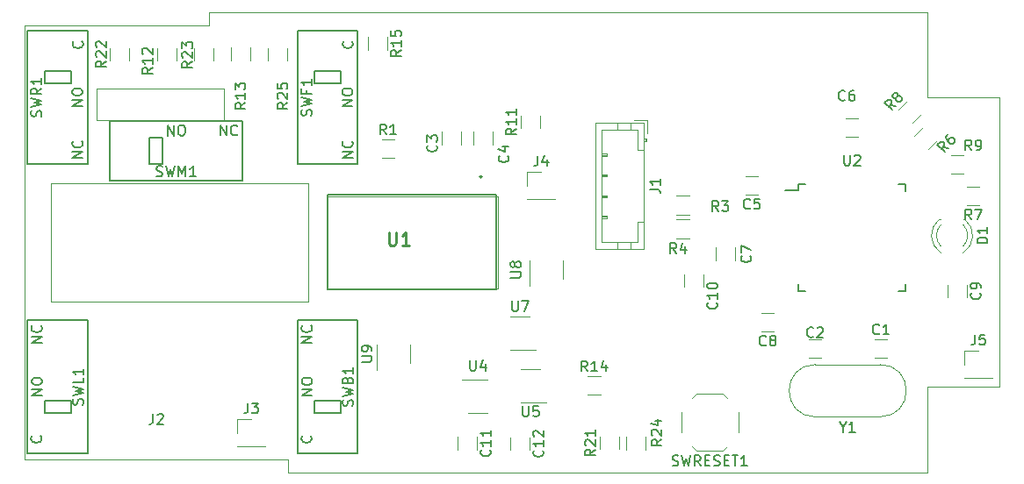
<source format=gbr>
G04 #@! TF.GenerationSoftware,KiCad,Pcbnew,6.0.0-unknown-f08d040~86~ubuntu18.04.1*
G04 #@! TF.CreationDate,2019-05-16T22:23:00+01:00*
G04 #@! TF.ProjectId,mouse8,6d6f7573-6538-42e6-9b69-6361645f7063,rev?*
G04 #@! TF.SameCoordinates,Original*
G04 #@! TF.FileFunction,Legend,Top*
G04 #@! TF.FilePolarity,Positive*
%FSLAX46Y46*%
G04 Gerber Fmt 4.6, Leading zero omitted, Abs format (unit mm)*
G04 Created by KiCad (PCBNEW 6.0.0-unknown-f08d040~86~ubuntu18.04.1) date 2019-05-16 22:23:00*
%MOMM*%
%LPD*%
G04 APERTURE LIST*
%ADD10C,0.050000*%
%ADD11C,0.120000*%
%ADD12C,0.150000*%
%ADD13C,0.254000*%
%ADD14C,0.200000*%
G04 APERTURE END LIST*
D10*
X159308800Y-70916800D02*
X159308800Y-73914000D01*
X171653200Y-70916800D02*
X159308800Y-70916800D01*
X171653200Y-73914000D02*
X171653200Y-70916800D01*
X159308800Y-73914000D02*
X171653200Y-73914000D01*
X154940000Y-80010000D02*
X179705000Y-80010000D01*
X181483000Y-90170000D02*
X181483000Y-81280000D01*
X197993000Y-90170000D02*
X181483000Y-90170000D01*
X197993000Y-81280000D02*
X197993000Y-90170000D01*
X181483000Y-81280000D02*
X197993000Y-81280000D01*
X177800000Y-106680000D02*
X177800000Y-107950000D01*
X152400000Y-106680000D02*
X177800000Y-106680000D01*
X170180000Y-64770000D02*
X152400000Y-64770000D01*
X170180000Y-63500000D02*
X170180000Y-64770000D01*
X154940000Y-91440000D02*
X154940000Y-90805000D01*
X179705000Y-91440000D02*
X179705000Y-90805000D01*
X179705000Y-80010000D02*
X179705000Y-90805000D01*
X239395000Y-71755000D02*
X246380000Y-71755000D01*
X239395000Y-63500000D02*
X239395000Y-71755000D01*
X239395000Y-99695000D02*
X239395000Y-107950000D01*
X246380000Y-99695000D02*
X239395000Y-99695000D01*
X154940000Y-90805000D02*
X154940000Y-80010000D01*
X179705000Y-91440000D02*
X154940000Y-91440000D01*
X152400000Y-106680000D02*
X152400000Y-64770000D01*
X239395000Y-107950000D02*
X177800000Y-107950000D01*
X246380000Y-71755000D02*
X246380000Y-99695000D01*
X170180000Y-63500000D02*
X239395000Y-63500000D01*
D11*
X243018000Y-96206000D02*
X244348000Y-96206000D01*
X243018000Y-97536000D02*
X243018000Y-96206000D01*
X243018000Y-98806000D02*
X245678000Y-98806000D01*
X245678000Y-98806000D02*
X245678000Y-98866000D01*
X243018000Y-98806000D02*
X243018000Y-98866000D01*
X243018000Y-98866000D02*
X245678000Y-98866000D01*
X216455564Y-83553000D02*
X215251436Y-83553000D01*
X216455564Y-85373000D02*
X215251436Y-85373000D01*
D12*
X226981000Y-80713000D02*
X225706000Y-80713000D01*
X237331000Y-80138000D02*
X236656000Y-80138000D01*
X237331000Y-90488000D02*
X236656000Y-90488000D01*
X226981000Y-90488000D02*
X227656000Y-90488000D01*
X226981000Y-80138000D02*
X227656000Y-80138000D01*
X226981000Y-90488000D02*
X226981000Y-89813000D01*
X237331000Y-90488000D02*
X237331000Y-89813000D01*
X237331000Y-80138000D02*
X237331000Y-80813000D01*
X226981000Y-80138000D02*
X226981000Y-80713000D01*
D11*
X200854000Y-78934000D02*
X202184000Y-78934000D01*
X200854000Y-80264000D02*
X200854000Y-78934000D01*
X200854000Y-81534000D02*
X203514000Y-81534000D01*
X203514000Y-81534000D02*
X203514000Y-81594000D01*
X200854000Y-81534000D02*
X200854000Y-81594000D01*
X200854000Y-81594000D02*
X203514000Y-81594000D01*
X172914000Y-102810000D02*
X174244000Y-102810000D01*
X172914000Y-104140000D02*
X172914000Y-102810000D01*
X172914000Y-105410000D02*
X175574000Y-105410000D01*
X175574000Y-105410000D02*
X175574000Y-105470000D01*
X172914000Y-105410000D02*
X172914000Y-105470000D01*
X172914000Y-105470000D02*
X175574000Y-105470000D01*
X209698000Y-105721564D02*
X209698000Y-104517436D01*
X207878000Y-105721564D02*
X207878000Y-104517436D01*
X202078000Y-74733564D02*
X202078000Y-73529436D01*
X200258000Y-74733564D02*
X200258000Y-73529436D01*
X165206000Y-66998436D02*
X165206000Y-68202564D01*
X167026000Y-66998436D02*
X167026000Y-68202564D01*
X172318000Y-66961936D02*
X172318000Y-68166064D01*
X174138000Y-66961936D02*
X174138000Y-68166064D01*
X206698436Y-100478000D02*
X207902564Y-100478000D01*
X206698436Y-98658000D02*
X207902564Y-98658000D01*
X185526000Y-65945936D02*
X185526000Y-67150064D01*
X187346000Y-65945936D02*
X187346000Y-67150064D01*
X162454000Y-68202564D02*
X162454000Y-66998436D01*
X160634000Y-68202564D02*
X160634000Y-66998436D01*
X170582000Y-68202564D02*
X170582000Y-66998436D01*
X168762000Y-68202564D02*
X168762000Y-66998436D01*
X212238000Y-105758064D02*
X212238000Y-104553936D01*
X210418000Y-105758064D02*
X210418000Y-104553936D01*
X177694000Y-68202564D02*
X177694000Y-66998436D01*
X175874000Y-68202564D02*
X175874000Y-66998436D01*
X219690000Y-105874000D02*
X217190000Y-105874000D01*
X221190000Y-104124000D02*
X221190000Y-102124000D01*
X219690000Y-100374000D02*
X217190000Y-100374000D01*
X215690000Y-104124000D02*
X215690000Y-102124000D01*
X220140000Y-105424000D02*
X219690000Y-105874000D01*
X216740000Y-105424000D02*
X217190000Y-105874000D01*
X216740000Y-100824000D02*
X217190000Y-100374000D01*
X220140000Y-100824000D02*
X219690000Y-100374000D01*
X220874000Y-87470064D02*
X220874000Y-86265936D01*
X219054000Y-87470064D02*
X219054000Y-86265936D01*
X223106064Y-79354000D02*
X221901936Y-79354000D01*
X223106064Y-81174000D02*
X221901936Y-81174000D01*
X224630064Y-92562000D02*
X223425936Y-92562000D01*
X224630064Y-94382000D02*
X223425936Y-94382000D01*
X194458000Y-76294064D02*
X194458000Y-75089936D01*
X192638000Y-76294064D02*
X192638000Y-75089936D01*
X197506000Y-76294064D02*
X197506000Y-75089936D01*
X195686000Y-76294064D02*
X195686000Y-75089936D01*
X241406000Y-89858436D02*
X241406000Y-91062564D01*
X243226000Y-89858436D02*
X243226000Y-91062564D01*
X234347936Y-96922000D02*
X235552064Y-96922000D01*
X234347936Y-95102000D02*
X235552064Y-95102000D01*
X199242000Y-104590436D02*
X199242000Y-105794564D01*
X201062000Y-104590436D02*
X201062000Y-105794564D01*
X231553936Y-75586000D02*
X232758064Y-75586000D01*
X231553936Y-73766000D02*
X232758064Y-73766000D01*
X229202064Y-95102000D02*
X227997936Y-95102000D01*
X229202064Y-96922000D02*
X227997936Y-96922000D01*
X216006000Y-88842436D02*
X216006000Y-90046564D01*
X217826000Y-88842436D02*
X217826000Y-90046564D01*
X194162000Y-104553936D02*
X194162000Y-105758064D01*
X195982000Y-104553936D02*
X195982000Y-105758064D01*
X228623000Y-97551000D02*
G75*
G03X228623000Y-102601000I0J-2525000D01*
G01*
X234873000Y-97551000D02*
G75*
G02X234873000Y-102601000I0J-2525000D01*
G01*
X234873000Y-97551000D02*
X228623000Y-97551000D01*
X234873000Y-102601000D02*
X228623000Y-102601000D01*
X240728000Y-83530000D02*
X240572000Y-83530000D01*
X243044000Y-83530000D02*
X242888000Y-83530000D01*
X240728163Y-86131130D02*
G75*
G02X240728000Y-84049039I1079837J1041130D01*
G01*
X242887837Y-86131130D02*
G75*
G03X242888000Y-84049039I-1079837J1041130D01*
G01*
X240729392Y-86762335D02*
G75*
G02X240572484Y-83530000I1078608J1672335D01*
G01*
X242886608Y-86762335D02*
G75*
G03X243043516Y-83530000I-1078608J1672335D01*
G01*
X196988000Y-98974000D02*
X194538000Y-98974000D01*
X195188000Y-102194000D02*
X196988000Y-102194000D01*
X200268000Y-101178000D02*
X202718000Y-101178000D01*
X202068000Y-97958000D02*
X200268000Y-97958000D01*
X199252000Y-96098000D02*
X201702000Y-96098000D01*
X201052000Y-92878000D02*
X199252000Y-92878000D01*
X201082000Y-87492000D02*
X201082000Y-89942000D01*
X204302000Y-89292000D02*
X204302000Y-87492000D01*
X186350000Y-95620000D02*
X186350000Y-98070000D01*
X189570000Y-97420000D02*
X189570000Y-95620000D01*
X216452064Y-81251000D02*
X215247936Y-81251000D01*
X216452064Y-83071000D02*
X215247936Y-83071000D01*
X241713936Y-79142000D02*
X242918064Y-79142000D01*
X241713936Y-77322000D02*
X242918064Y-77322000D01*
X239485744Y-76761191D02*
X240337191Y-75909744D01*
X238198809Y-75474256D02*
X239050256Y-74622809D01*
X237526256Y-72082809D02*
X236674809Y-72934256D01*
X238813191Y-73369744D02*
X237961744Y-74221191D01*
X186813436Y-77618000D02*
X188017564Y-77618000D01*
X186813436Y-75798000D02*
X188017564Y-75798000D01*
X244442064Y-80370000D02*
X243237936Y-80370000D01*
X244442064Y-82190000D02*
X243237936Y-82190000D01*
D12*
X184510000Y-78155000D02*
X184510000Y-65355000D01*
X178710000Y-78155000D02*
X184510000Y-78155000D01*
X178710000Y-65355000D02*
X178710000Y-78155000D01*
X184510000Y-65355000D02*
X178710000Y-65355000D01*
X180340000Y-69205000D02*
X182880000Y-69205000D01*
X180340000Y-70405000D02*
X180340000Y-69205000D01*
X182880000Y-70405000D02*
X180340000Y-70405000D01*
X182880000Y-69205000D02*
X182880000Y-70405000D01*
D13*
X196439270Y-79412000D02*
G75*
G03X196439270Y-79412000I-67270J0D01*
G01*
D14*
X197838000Y-81175000D02*
X181638000Y-81175000D01*
X197838000Y-90275000D02*
X197838000Y-81175000D01*
X181638000Y-90275000D02*
X197838000Y-90275000D01*
X181638000Y-81175000D02*
X181638000Y-90275000D01*
D12*
X178710000Y-93295000D02*
X178710000Y-106095000D01*
X184510000Y-93295000D02*
X178710000Y-93295000D01*
X184510000Y-106095000D02*
X184510000Y-93295000D01*
X178710000Y-106095000D02*
X184510000Y-106095000D01*
X182880000Y-102245000D02*
X180340000Y-102245000D01*
X182880000Y-101045000D02*
X182880000Y-102245000D01*
X180340000Y-101045000D02*
X182880000Y-101045000D01*
X180340000Y-102245000D02*
X180340000Y-101045000D01*
D11*
X212422000Y-73941000D02*
X211172000Y-73941000D01*
X212422000Y-75191000D02*
X212422000Y-73941000D01*
X208012000Y-83301000D02*
X208512000Y-83301000D01*
X208512000Y-83401000D02*
X208012000Y-83401000D01*
X208512000Y-83201000D02*
X208512000Y-83401000D01*
X208012000Y-83201000D02*
X208512000Y-83201000D01*
X208012000Y-81301000D02*
X208512000Y-81301000D01*
X208512000Y-81401000D02*
X208012000Y-81401000D01*
X208512000Y-81201000D02*
X208512000Y-81401000D01*
X208012000Y-81201000D02*
X208512000Y-81201000D01*
X208012000Y-79301000D02*
X208512000Y-79301000D01*
X208512000Y-79401000D02*
X208012000Y-79401000D01*
X208512000Y-79201000D02*
X208512000Y-79401000D01*
X208012000Y-79201000D02*
X208512000Y-79201000D01*
X208012000Y-77301000D02*
X208512000Y-77301000D01*
X208512000Y-77401000D02*
X208012000Y-77401000D01*
X208512000Y-77201000D02*
X208512000Y-77401000D01*
X208012000Y-77201000D02*
X208512000Y-77201000D01*
X209512000Y-86361000D02*
X209512000Y-85751000D01*
X210812000Y-86361000D02*
X210812000Y-85751000D01*
X209512000Y-74241000D02*
X209512000Y-74851000D01*
X210812000Y-74241000D02*
X210812000Y-74851000D01*
X211512000Y-83801000D02*
X212122000Y-83801000D01*
X211512000Y-85751000D02*
X211512000Y-83801000D01*
X208012000Y-85751000D02*
X211512000Y-85751000D01*
X208012000Y-74851000D02*
X208012000Y-85751000D01*
X211512000Y-74851000D02*
X208012000Y-74851000D01*
X211512000Y-76801000D02*
X211512000Y-74851000D01*
X212122000Y-76801000D02*
X211512000Y-76801000D01*
X212222000Y-76001000D02*
X212222000Y-75701000D01*
X212322000Y-75701000D02*
X212122000Y-75701000D01*
X212322000Y-76001000D02*
X212322000Y-75701000D01*
X212122000Y-76001000D02*
X212322000Y-76001000D01*
X212122000Y-86361000D02*
X212122000Y-74241000D01*
X207402000Y-86361000D02*
X212122000Y-86361000D01*
X207402000Y-74241000D02*
X207402000Y-86361000D01*
X212122000Y-74241000D02*
X207402000Y-74241000D01*
D12*
X158475000Y-78155000D02*
X158475000Y-65355000D01*
X152675000Y-78155000D02*
X158475000Y-78155000D01*
X152675000Y-65355000D02*
X152675000Y-78155000D01*
X158475000Y-65355000D02*
X152675000Y-65355000D01*
X154305000Y-69205000D02*
X156845000Y-69205000D01*
X154305000Y-70405000D02*
X154305000Y-69205000D01*
X156845000Y-70405000D02*
X154305000Y-70405000D01*
X156845000Y-69205000D02*
X156845000Y-70405000D01*
X173405000Y-74035000D02*
X160605000Y-74035000D01*
X173405000Y-79835000D02*
X173405000Y-74035000D01*
X160605000Y-79835000D02*
X173405000Y-79835000D01*
X160605000Y-74035000D02*
X160605000Y-79835000D01*
X164455000Y-78205000D02*
X164455000Y-75665000D01*
X165655000Y-78205000D02*
X164455000Y-78205000D01*
X165655000Y-75665000D02*
X165655000Y-78205000D01*
X164455000Y-75665000D02*
X165655000Y-75665000D01*
X152675000Y-93295000D02*
X152675000Y-106095000D01*
X158475000Y-93295000D02*
X152675000Y-93295000D01*
X158475000Y-106095000D02*
X158475000Y-93295000D01*
X152675000Y-106095000D02*
X158475000Y-106095000D01*
X156845000Y-102245000D02*
X154305000Y-102245000D01*
X156845000Y-101045000D02*
X156845000Y-102245000D01*
X154305000Y-101045000D02*
X156845000Y-101045000D01*
X154305000Y-102245000D02*
X154305000Y-101045000D01*
X244014666Y-94658380D02*
X244014666Y-95372666D01*
X243967047Y-95515523D01*
X243871809Y-95610761D01*
X243728952Y-95658380D01*
X243633714Y-95658380D01*
X244967047Y-94658380D02*
X244490857Y-94658380D01*
X244443238Y-95134571D01*
X244490857Y-95086952D01*
X244586095Y-95039333D01*
X244824190Y-95039333D01*
X244919428Y-95086952D01*
X244967047Y-95134571D01*
X245014666Y-95229809D01*
X245014666Y-95467904D01*
X244967047Y-95563142D01*
X244919428Y-95610761D01*
X244824190Y-95658380D01*
X244586095Y-95658380D01*
X244490857Y-95610761D01*
X244443238Y-95563142D01*
X215225333Y-86812380D02*
X214892000Y-86336190D01*
X214653904Y-86812380D02*
X214653904Y-85812380D01*
X215034857Y-85812380D01*
X215130095Y-85860000D01*
X215177714Y-85907619D01*
X215225333Y-86002857D01*
X215225333Y-86145714D01*
X215177714Y-86240952D01*
X215130095Y-86288571D01*
X215034857Y-86336190D01*
X214653904Y-86336190D01*
X216082476Y-86145714D02*
X216082476Y-86812380D01*
X215844380Y-85764761D02*
X215606285Y-86479047D01*
X216225333Y-86479047D01*
X231394095Y-77315380D02*
X231394095Y-78124904D01*
X231441714Y-78220142D01*
X231489333Y-78267761D01*
X231584571Y-78315380D01*
X231775047Y-78315380D01*
X231870285Y-78267761D01*
X231917904Y-78220142D01*
X231965523Y-78124904D01*
X231965523Y-77315380D01*
X232394095Y-77410619D02*
X232441714Y-77363000D01*
X232536952Y-77315380D01*
X232775047Y-77315380D01*
X232870285Y-77363000D01*
X232917904Y-77410619D01*
X232965523Y-77505857D01*
X232965523Y-77601095D01*
X232917904Y-77743952D01*
X232346476Y-78315380D01*
X232965523Y-78315380D01*
X201850666Y-77386380D02*
X201850666Y-78100666D01*
X201803047Y-78243523D01*
X201707809Y-78338761D01*
X201564952Y-78386380D01*
X201469714Y-78386380D01*
X202755428Y-77719714D02*
X202755428Y-78386380D01*
X202517333Y-77338761D02*
X202279238Y-78053047D01*
X202898285Y-78053047D01*
X173910666Y-101262380D02*
X173910666Y-101976666D01*
X173863047Y-102119523D01*
X173767809Y-102214761D01*
X173624952Y-102262380D01*
X173529714Y-102262380D01*
X174291619Y-101262380D02*
X174910666Y-101262380D01*
X174577333Y-101643333D01*
X174720190Y-101643333D01*
X174815428Y-101690952D01*
X174863047Y-101738571D01*
X174910666Y-101833809D01*
X174910666Y-102071904D01*
X174863047Y-102167142D01*
X174815428Y-102214761D01*
X174720190Y-102262380D01*
X174434476Y-102262380D01*
X174339238Y-102214761D01*
X174291619Y-102167142D01*
X207420380Y-105762357D02*
X206944190Y-106095690D01*
X207420380Y-106333785D02*
X206420380Y-106333785D01*
X206420380Y-105952833D01*
X206468000Y-105857595D01*
X206515619Y-105809976D01*
X206610857Y-105762357D01*
X206753714Y-105762357D01*
X206848952Y-105809976D01*
X206896571Y-105857595D01*
X206944190Y-105952833D01*
X206944190Y-106333785D01*
X206515619Y-105381404D02*
X206468000Y-105333785D01*
X206420380Y-105238547D01*
X206420380Y-105000452D01*
X206468000Y-104905214D01*
X206515619Y-104857595D01*
X206610857Y-104809976D01*
X206706095Y-104809976D01*
X206848952Y-104857595D01*
X207420380Y-105429023D01*
X207420380Y-104809976D01*
X207420380Y-103857595D02*
X207420380Y-104429023D01*
X207420380Y-104143309D02*
X206420380Y-104143309D01*
X206563238Y-104238547D01*
X206658476Y-104333785D01*
X206706095Y-104429023D01*
X199800380Y-74774357D02*
X199324190Y-75107690D01*
X199800380Y-75345785D02*
X198800380Y-75345785D01*
X198800380Y-74964833D01*
X198848000Y-74869595D01*
X198895619Y-74821976D01*
X198990857Y-74774357D01*
X199133714Y-74774357D01*
X199228952Y-74821976D01*
X199276571Y-74869595D01*
X199324190Y-74964833D01*
X199324190Y-75345785D01*
X199800380Y-73821976D02*
X199800380Y-74393404D01*
X199800380Y-74107690D02*
X198800380Y-74107690D01*
X198943238Y-74202928D01*
X199038476Y-74298166D01*
X199086095Y-74393404D01*
X199800380Y-72869595D02*
X199800380Y-73441023D01*
X199800380Y-73155309D02*
X198800380Y-73155309D01*
X198943238Y-73250547D01*
X199038476Y-73345785D01*
X199086095Y-73441023D01*
X164714180Y-68892657D02*
X164237990Y-69225990D01*
X164714180Y-69464085D02*
X163714180Y-69464085D01*
X163714180Y-69083133D01*
X163761800Y-68987895D01*
X163809419Y-68940276D01*
X163904657Y-68892657D01*
X164047514Y-68892657D01*
X164142752Y-68940276D01*
X164190371Y-68987895D01*
X164237990Y-69083133D01*
X164237990Y-69464085D01*
X164714180Y-67940276D02*
X164714180Y-68511704D01*
X164714180Y-68225990D02*
X163714180Y-68225990D01*
X163857038Y-68321228D01*
X163952276Y-68416466D01*
X163999895Y-68511704D01*
X163809419Y-67559323D02*
X163761800Y-67511704D01*
X163714180Y-67416466D01*
X163714180Y-67178371D01*
X163761800Y-67083133D01*
X163809419Y-67035514D01*
X163904657Y-66987895D01*
X163999895Y-66987895D01*
X164142752Y-67035514D01*
X164714180Y-67606942D01*
X164714180Y-66987895D01*
X173680380Y-72270857D02*
X173204190Y-72604190D01*
X173680380Y-72842285D02*
X172680380Y-72842285D01*
X172680380Y-72461333D01*
X172728000Y-72366095D01*
X172775619Y-72318476D01*
X172870857Y-72270857D01*
X173013714Y-72270857D01*
X173108952Y-72318476D01*
X173156571Y-72366095D01*
X173204190Y-72461333D01*
X173204190Y-72842285D01*
X173680380Y-71318476D02*
X173680380Y-71889904D01*
X173680380Y-71604190D02*
X172680380Y-71604190D01*
X172823238Y-71699428D01*
X172918476Y-71794666D01*
X172966095Y-71889904D01*
X172680380Y-70985142D02*
X172680380Y-70366095D01*
X173061333Y-70699428D01*
X173061333Y-70556571D01*
X173108952Y-70461333D01*
X173156571Y-70413714D01*
X173251809Y-70366095D01*
X173489904Y-70366095D01*
X173585142Y-70413714D01*
X173632761Y-70461333D01*
X173680380Y-70556571D01*
X173680380Y-70842285D01*
X173632761Y-70937523D01*
X173585142Y-70985142D01*
X206657642Y-98200380D02*
X206324309Y-97724190D01*
X206086214Y-98200380D02*
X206086214Y-97200380D01*
X206467166Y-97200380D01*
X206562404Y-97248000D01*
X206610023Y-97295619D01*
X206657642Y-97390857D01*
X206657642Y-97533714D01*
X206610023Y-97628952D01*
X206562404Y-97676571D01*
X206467166Y-97724190D01*
X206086214Y-97724190D01*
X207610023Y-98200380D02*
X207038595Y-98200380D01*
X207324309Y-98200380D02*
X207324309Y-97200380D01*
X207229071Y-97343238D01*
X207133833Y-97438476D01*
X207038595Y-97486095D01*
X208467166Y-97533714D02*
X208467166Y-98200380D01*
X208229071Y-97152761D02*
X207990976Y-97867047D01*
X208610023Y-97867047D01*
X188708380Y-67190857D02*
X188232190Y-67524190D01*
X188708380Y-67762285D02*
X187708380Y-67762285D01*
X187708380Y-67381333D01*
X187756000Y-67286095D01*
X187803619Y-67238476D01*
X187898857Y-67190857D01*
X188041714Y-67190857D01*
X188136952Y-67238476D01*
X188184571Y-67286095D01*
X188232190Y-67381333D01*
X188232190Y-67762285D01*
X188708380Y-66238476D02*
X188708380Y-66809904D01*
X188708380Y-66524190D02*
X187708380Y-66524190D01*
X187851238Y-66619428D01*
X187946476Y-66714666D01*
X187994095Y-66809904D01*
X187708380Y-65333714D02*
X187708380Y-65809904D01*
X188184571Y-65857523D01*
X188136952Y-65809904D01*
X188089333Y-65714666D01*
X188089333Y-65476571D01*
X188136952Y-65381333D01*
X188184571Y-65333714D01*
X188279809Y-65286095D01*
X188517904Y-65286095D01*
X188613142Y-65333714D01*
X188660761Y-65381333D01*
X188708380Y-65476571D01*
X188708380Y-65714666D01*
X188660761Y-65809904D01*
X188613142Y-65857523D01*
X160269180Y-68243357D02*
X159792990Y-68576690D01*
X160269180Y-68814785D02*
X159269180Y-68814785D01*
X159269180Y-68433833D01*
X159316800Y-68338595D01*
X159364419Y-68290976D01*
X159459657Y-68243357D01*
X159602514Y-68243357D01*
X159697752Y-68290976D01*
X159745371Y-68338595D01*
X159792990Y-68433833D01*
X159792990Y-68814785D01*
X159364419Y-67862404D02*
X159316800Y-67814785D01*
X159269180Y-67719547D01*
X159269180Y-67481452D01*
X159316800Y-67386214D01*
X159364419Y-67338595D01*
X159459657Y-67290976D01*
X159554895Y-67290976D01*
X159697752Y-67338595D01*
X160269180Y-67910023D01*
X160269180Y-67290976D01*
X159364419Y-66910023D02*
X159316800Y-66862404D01*
X159269180Y-66767166D01*
X159269180Y-66529071D01*
X159316800Y-66433833D01*
X159364419Y-66386214D01*
X159459657Y-66338595D01*
X159554895Y-66338595D01*
X159697752Y-66386214D01*
X160269180Y-66957642D01*
X160269180Y-66338595D01*
X168574980Y-68308457D02*
X168098790Y-68641790D01*
X168574980Y-68879885D02*
X167574980Y-68879885D01*
X167574980Y-68498933D01*
X167622600Y-68403695D01*
X167670219Y-68356076D01*
X167765457Y-68308457D01*
X167908314Y-68308457D01*
X168003552Y-68356076D01*
X168051171Y-68403695D01*
X168098790Y-68498933D01*
X168098790Y-68879885D01*
X167670219Y-67927504D02*
X167622600Y-67879885D01*
X167574980Y-67784647D01*
X167574980Y-67546552D01*
X167622600Y-67451314D01*
X167670219Y-67403695D01*
X167765457Y-67356076D01*
X167860695Y-67356076D01*
X168003552Y-67403695D01*
X168574980Y-67975123D01*
X168574980Y-67356076D01*
X167574980Y-67022742D02*
X167574980Y-66403695D01*
X167955933Y-66737028D01*
X167955933Y-66594171D01*
X168003552Y-66498933D01*
X168051171Y-66451314D01*
X168146409Y-66403695D01*
X168384504Y-66403695D01*
X168479742Y-66451314D01*
X168527361Y-66498933D01*
X168574980Y-66594171D01*
X168574980Y-66879885D01*
X168527361Y-66975123D01*
X168479742Y-67022742D01*
X213812380Y-104782857D02*
X213336190Y-105116190D01*
X213812380Y-105354285D02*
X212812380Y-105354285D01*
X212812380Y-104973333D01*
X212860000Y-104878095D01*
X212907619Y-104830476D01*
X213002857Y-104782857D01*
X213145714Y-104782857D01*
X213240952Y-104830476D01*
X213288571Y-104878095D01*
X213336190Y-104973333D01*
X213336190Y-105354285D01*
X212907619Y-104401904D02*
X212860000Y-104354285D01*
X212812380Y-104259047D01*
X212812380Y-104020952D01*
X212860000Y-103925714D01*
X212907619Y-103878095D01*
X213002857Y-103830476D01*
X213098095Y-103830476D01*
X213240952Y-103878095D01*
X213812380Y-104449523D01*
X213812380Y-103830476D01*
X213145714Y-102973333D02*
X213812380Y-102973333D01*
X212764761Y-103211428D02*
X213479047Y-103449523D01*
X213479047Y-102830476D01*
X177744380Y-72270857D02*
X177268190Y-72604190D01*
X177744380Y-72842285D02*
X176744380Y-72842285D01*
X176744380Y-72461333D01*
X176792000Y-72366095D01*
X176839619Y-72318476D01*
X176934857Y-72270857D01*
X177077714Y-72270857D01*
X177172952Y-72318476D01*
X177220571Y-72366095D01*
X177268190Y-72461333D01*
X177268190Y-72842285D01*
X176839619Y-71889904D02*
X176792000Y-71842285D01*
X176744380Y-71747047D01*
X176744380Y-71508952D01*
X176792000Y-71413714D01*
X176839619Y-71366095D01*
X176934857Y-71318476D01*
X177030095Y-71318476D01*
X177172952Y-71366095D01*
X177744380Y-71937523D01*
X177744380Y-71318476D01*
X176744380Y-70413714D02*
X176744380Y-70889904D01*
X177220571Y-70937523D01*
X177172952Y-70889904D01*
X177125333Y-70794666D01*
X177125333Y-70556571D01*
X177172952Y-70461333D01*
X177220571Y-70413714D01*
X177315809Y-70366095D01*
X177553904Y-70366095D01*
X177649142Y-70413714D01*
X177696761Y-70461333D01*
X177744380Y-70556571D01*
X177744380Y-70794666D01*
X177696761Y-70889904D01*
X177649142Y-70937523D01*
X214844761Y-107278761D02*
X214987619Y-107326380D01*
X215225714Y-107326380D01*
X215320952Y-107278761D01*
X215368571Y-107231142D01*
X215416190Y-107135904D01*
X215416190Y-107040666D01*
X215368571Y-106945428D01*
X215320952Y-106897809D01*
X215225714Y-106850190D01*
X215035238Y-106802571D01*
X214940000Y-106754952D01*
X214892380Y-106707333D01*
X214844761Y-106612095D01*
X214844761Y-106516857D01*
X214892380Y-106421619D01*
X214940000Y-106374000D01*
X215035238Y-106326380D01*
X215273333Y-106326380D01*
X215416190Y-106374000D01*
X215749523Y-106326380D02*
X215987619Y-107326380D01*
X216178095Y-106612095D01*
X216368571Y-107326380D01*
X216606666Y-106326380D01*
X217559047Y-107326380D02*
X217225714Y-106850190D01*
X216987619Y-107326380D02*
X216987619Y-106326380D01*
X217368571Y-106326380D01*
X217463809Y-106374000D01*
X217511428Y-106421619D01*
X217559047Y-106516857D01*
X217559047Y-106659714D01*
X217511428Y-106754952D01*
X217463809Y-106802571D01*
X217368571Y-106850190D01*
X216987619Y-106850190D01*
X217987619Y-106802571D02*
X218320952Y-106802571D01*
X218463809Y-107326380D02*
X217987619Y-107326380D01*
X217987619Y-106326380D01*
X218463809Y-106326380D01*
X218844761Y-107278761D02*
X218987619Y-107326380D01*
X219225714Y-107326380D01*
X219320952Y-107278761D01*
X219368571Y-107231142D01*
X219416190Y-107135904D01*
X219416190Y-107040666D01*
X219368571Y-106945428D01*
X219320952Y-106897809D01*
X219225714Y-106850190D01*
X219035238Y-106802571D01*
X218940000Y-106754952D01*
X218892380Y-106707333D01*
X218844761Y-106612095D01*
X218844761Y-106516857D01*
X218892380Y-106421619D01*
X218940000Y-106374000D01*
X219035238Y-106326380D01*
X219273333Y-106326380D01*
X219416190Y-106374000D01*
X219844761Y-106802571D02*
X220178095Y-106802571D01*
X220320952Y-107326380D02*
X219844761Y-107326380D01*
X219844761Y-106326380D01*
X220320952Y-106326380D01*
X220606666Y-106326380D02*
X221178095Y-106326380D01*
X220892380Y-107326380D02*
X220892380Y-106326380D01*
X222035238Y-107326380D02*
X221463809Y-107326380D01*
X221749523Y-107326380D02*
X221749523Y-106326380D01*
X221654285Y-106469238D01*
X221559047Y-106564476D01*
X221463809Y-106612095D01*
X222353142Y-87034666D02*
X222400761Y-87082285D01*
X222448380Y-87225142D01*
X222448380Y-87320380D01*
X222400761Y-87463238D01*
X222305523Y-87558476D01*
X222210285Y-87606095D01*
X222019809Y-87653714D01*
X221876952Y-87653714D01*
X221686476Y-87606095D01*
X221591238Y-87558476D01*
X221496000Y-87463238D01*
X221448380Y-87320380D01*
X221448380Y-87225142D01*
X221496000Y-87082285D01*
X221543619Y-87034666D01*
X221448380Y-86701333D02*
X221448380Y-86034666D01*
X222448380Y-86463238D01*
X222337333Y-82441142D02*
X222289714Y-82488761D01*
X222146857Y-82536380D01*
X222051619Y-82536380D01*
X221908761Y-82488761D01*
X221813523Y-82393523D01*
X221765904Y-82298285D01*
X221718285Y-82107809D01*
X221718285Y-81964952D01*
X221765904Y-81774476D01*
X221813523Y-81679238D01*
X221908761Y-81584000D01*
X222051619Y-81536380D01*
X222146857Y-81536380D01*
X222289714Y-81584000D01*
X222337333Y-81631619D01*
X223242095Y-81536380D02*
X222765904Y-81536380D01*
X222718285Y-82012571D01*
X222765904Y-81964952D01*
X222861142Y-81917333D01*
X223099238Y-81917333D01*
X223194476Y-81964952D01*
X223242095Y-82012571D01*
X223289714Y-82107809D01*
X223289714Y-82345904D01*
X223242095Y-82441142D01*
X223194476Y-82488761D01*
X223099238Y-82536380D01*
X222861142Y-82536380D01*
X222765904Y-82488761D01*
X222718285Y-82441142D01*
X223861333Y-95649142D02*
X223813714Y-95696761D01*
X223670857Y-95744380D01*
X223575619Y-95744380D01*
X223432761Y-95696761D01*
X223337523Y-95601523D01*
X223289904Y-95506285D01*
X223242285Y-95315809D01*
X223242285Y-95172952D01*
X223289904Y-94982476D01*
X223337523Y-94887238D01*
X223432761Y-94792000D01*
X223575619Y-94744380D01*
X223670857Y-94744380D01*
X223813714Y-94792000D01*
X223861333Y-94839619D01*
X224432761Y-95172952D02*
X224337523Y-95125333D01*
X224289904Y-95077714D01*
X224242285Y-94982476D01*
X224242285Y-94934857D01*
X224289904Y-94839619D01*
X224337523Y-94792000D01*
X224432761Y-94744380D01*
X224623238Y-94744380D01*
X224718476Y-94792000D01*
X224766095Y-94839619D01*
X224813714Y-94934857D01*
X224813714Y-94982476D01*
X224766095Y-95077714D01*
X224718476Y-95125333D01*
X224623238Y-95172952D01*
X224432761Y-95172952D01*
X224337523Y-95220571D01*
X224289904Y-95268190D01*
X224242285Y-95363428D01*
X224242285Y-95553904D01*
X224289904Y-95649142D01*
X224337523Y-95696761D01*
X224432761Y-95744380D01*
X224623238Y-95744380D01*
X224718476Y-95696761D01*
X224766095Y-95649142D01*
X224813714Y-95553904D01*
X224813714Y-95363428D01*
X224766095Y-95268190D01*
X224718476Y-95220571D01*
X224623238Y-95172952D01*
X192085142Y-76366666D02*
X192132761Y-76414285D01*
X192180380Y-76557142D01*
X192180380Y-76652380D01*
X192132761Y-76795238D01*
X192037523Y-76890476D01*
X191942285Y-76938095D01*
X191751809Y-76985714D01*
X191608952Y-76985714D01*
X191418476Y-76938095D01*
X191323238Y-76890476D01*
X191228000Y-76795238D01*
X191180380Y-76652380D01*
X191180380Y-76557142D01*
X191228000Y-76414285D01*
X191275619Y-76366666D01*
X191180380Y-76033333D02*
X191180380Y-75414285D01*
X191561333Y-75747619D01*
X191561333Y-75604761D01*
X191608952Y-75509523D01*
X191656571Y-75461904D01*
X191751809Y-75414285D01*
X191989904Y-75414285D01*
X192085142Y-75461904D01*
X192132761Y-75509523D01*
X192180380Y-75604761D01*
X192180380Y-75890476D01*
X192132761Y-75985714D01*
X192085142Y-76033333D01*
X198985142Y-77382666D02*
X199032761Y-77430285D01*
X199080380Y-77573142D01*
X199080380Y-77668380D01*
X199032761Y-77811238D01*
X198937523Y-77906476D01*
X198842285Y-77954095D01*
X198651809Y-78001714D01*
X198508952Y-78001714D01*
X198318476Y-77954095D01*
X198223238Y-77906476D01*
X198128000Y-77811238D01*
X198080380Y-77668380D01*
X198080380Y-77573142D01*
X198128000Y-77430285D01*
X198175619Y-77382666D01*
X198413714Y-76525523D02*
X199080380Y-76525523D01*
X198032761Y-76763619D02*
X198747047Y-77001714D01*
X198747047Y-76382666D01*
X244493142Y-90627166D02*
X244540761Y-90674785D01*
X244588380Y-90817642D01*
X244588380Y-90912880D01*
X244540761Y-91055738D01*
X244445523Y-91150976D01*
X244350285Y-91198595D01*
X244159809Y-91246214D01*
X244016952Y-91246214D01*
X243826476Y-91198595D01*
X243731238Y-91150976D01*
X243636000Y-91055738D01*
X243588380Y-90912880D01*
X243588380Y-90817642D01*
X243636000Y-90674785D01*
X243683619Y-90627166D01*
X244588380Y-90150976D02*
X244588380Y-89960500D01*
X244540761Y-89865261D01*
X244493142Y-89817642D01*
X244350285Y-89722404D01*
X244159809Y-89674785D01*
X243778857Y-89674785D01*
X243683619Y-89722404D01*
X243636000Y-89770023D01*
X243588380Y-89865261D01*
X243588380Y-90055738D01*
X243636000Y-90150976D01*
X243683619Y-90198595D01*
X243778857Y-90246214D01*
X244016952Y-90246214D01*
X244112190Y-90198595D01*
X244159809Y-90150976D01*
X244207428Y-90055738D01*
X244207428Y-89865261D01*
X244159809Y-89770023D01*
X244112190Y-89722404D01*
X244016952Y-89674785D01*
X234783333Y-94549142D02*
X234735714Y-94596761D01*
X234592857Y-94644380D01*
X234497619Y-94644380D01*
X234354761Y-94596761D01*
X234259523Y-94501523D01*
X234211904Y-94406285D01*
X234164285Y-94215809D01*
X234164285Y-94072952D01*
X234211904Y-93882476D01*
X234259523Y-93787238D01*
X234354761Y-93692000D01*
X234497619Y-93644380D01*
X234592857Y-93644380D01*
X234735714Y-93692000D01*
X234783333Y-93739619D01*
X235735714Y-94644380D02*
X235164285Y-94644380D01*
X235450000Y-94644380D02*
X235450000Y-93644380D01*
X235354761Y-93787238D01*
X235259523Y-93882476D01*
X235164285Y-93930095D01*
X202329142Y-105835357D02*
X202376761Y-105882976D01*
X202424380Y-106025833D01*
X202424380Y-106121071D01*
X202376761Y-106263928D01*
X202281523Y-106359166D01*
X202186285Y-106406785D01*
X201995809Y-106454404D01*
X201852952Y-106454404D01*
X201662476Y-106406785D01*
X201567238Y-106359166D01*
X201472000Y-106263928D01*
X201424380Y-106121071D01*
X201424380Y-106025833D01*
X201472000Y-105882976D01*
X201519619Y-105835357D01*
X202424380Y-104882976D02*
X202424380Y-105454404D01*
X202424380Y-105168690D02*
X201424380Y-105168690D01*
X201567238Y-105263928D01*
X201662476Y-105359166D01*
X201710095Y-105454404D01*
X201519619Y-104502023D02*
X201472000Y-104454404D01*
X201424380Y-104359166D01*
X201424380Y-104121071D01*
X201472000Y-104025833D01*
X201519619Y-103978214D01*
X201614857Y-103930595D01*
X201710095Y-103930595D01*
X201852952Y-103978214D01*
X202424380Y-104549642D01*
X202424380Y-103930595D01*
X231481333Y-71985142D02*
X231433714Y-72032761D01*
X231290857Y-72080380D01*
X231195619Y-72080380D01*
X231052761Y-72032761D01*
X230957523Y-71937523D01*
X230909904Y-71842285D01*
X230862285Y-71651809D01*
X230862285Y-71508952D01*
X230909904Y-71318476D01*
X230957523Y-71223238D01*
X231052761Y-71128000D01*
X231195619Y-71080380D01*
X231290857Y-71080380D01*
X231433714Y-71128000D01*
X231481333Y-71175619D01*
X232338476Y-71080380D02*
X232148000Y-71080380D01*
X232052761Y-71128000D01*
X232005142Y-71175619D01*
X231909904Y-71318476D01*
X231862285Y-71508952D01*
X231862285Y-71889904D01*
X231909904Y-71985142D01*
X231957523Y-72032761D01*
X232052761Y-72080380D01*
X232243238Y-72080380D01*
X232338476Y-72032761D01*
X232386095Y-71985142D01*
X232433714Y-71889904D01*
X232433714Y-71651809D01*
X232386095Y-71556571D01*
X232338476Y-71508952D01*
X232243238Y-71461333D01*
X232052761Y-71461333D01*
X231957523Y-71508952D01*
X231909904Y-71556571D01*
X231862285Y-71651809D01*
X228433333Y-94845142D02*
X228385714Y-94892761D01*
X228242857Y-94940380D01*
X228147619Y-94940380D01*
X228004761Y-94892761D01*
X227909523Y-94797523D01*
X227861904Y-94702285D01*
X227814285Y-94511809D01*
X227814285Y-94368952D01*
X227861904Y-94178476D01*
X227909523Y-94083238D01*
X228004761Y-93988000D01*
X228147619Y-93940380D01*
X228242857Y-93940380D01*
X228385714Y-93988000D01*
X228433333Y-94035619D01*
X228814285Y-94035619D02*
X228861904Y-93988000D01*
X228957142Y-93940380D01*
X229195238Y-93940380D01*
X229290476Y-93988000D01*
X229338095Y-94035619D01*
X229385714Y-94130857D01*
X229385714Y-94226095D01*
X229338095Y-94368952D01*
X228766666Y-94940380D01*
X229385714Y-94940380D01*
X219093142Y-91574857D02*
X219140761Y-91622476D01*
X219188380Y-91765333D01*
X219188380Y-91860571D01*
X219140761Y-92003428D01*
X219045523Y-92098666D01*
X218950285Y-92146285D01*
X218759809Y-92193904D01*
X218616952Y-92193904D01*
X218426476Y-92146285D01*
X218331238Y-92098666D01*
X218236000Y-92003428D01*
X218188380Y-91860571D01*
X218188380Y-91765333D01*
X218236000Y-91622476D01*
X218283619Y-91574857D01*
X219188380Y-90622476D02*
X219188380Y-91193904D01*
X219188380Y-90908190D02*
X218188380Y-90908190D01*
X218331238Y-91003428D01*
X218426476Y-91098666D01*
X218474095Y-91193904D01*
X218188380Y-90003428D02*
X218188380Y-89908190D01*
X218236000Y-89812952D01*
X218283619Y-89765333D01*
X218378857Y-89717714D01*
X218569333Y-89670095D01*
X218807428Y-89670095D01*
X218997904Y-89717714D01*
X219093142Y-89765333D01*
X219140761Y-89812952D01*
X219188380Y-89908190D01*
X219188380Y-90003428D01*
X219140761Y-90098666D01*
X219093142Y-90146285D01*
X218997904Y-90193904D01*
X218807428Y-90241523D01*
X218569333Y-90241523D01*
X218378857Y-90193904D01*
X218283619Y-90146285D01*
X218236000Y-90098666D01*
X218188380Y-90003428D01*
X197249142Y-105798857D02*
X197296761Y-105846476D01*
X197344380Y-105989333D01*
X197344380Y-106084571D01*
X197296761Y-106227428D01*
X197201523Y-106322666D01*
X197106285Y-106370285D01*
X196915809Y-106417904D01*
X196772952Y-106417904D01*
X196582476Y-106370285D01*
X196487238Y-106322666D01*
X196392000Y-106227428D01*
X196344380Y-106084571D01*
X196344380Y-105989333D01*
X196392000Y-105846476D01*
X196439619Y-105798857D01*
X197344380Y-104846476D02*
X197344380Y-105417904D01*
X197344380Y-105132190D02*
X196344380Y-105132190D01*
X196487238Y-105227428D01*
X196582476Y-105322666D01*
X196630095Y-105417904D01*
X197344380Y-103894095D02*
X197344380Y-104465523D01*
X197344380Y-104179809D02*
X196344380Y-104179809D01*
X196487238Y-104275047D01*
X196582476Y-104370285D01*
X196630095Y-104465523D01*
X231271809Y-103577190D02*
X231271809Y-104053380D01*
X230938476Y-103053380D02*
X231271809Y-103577190D01*
X231605142Y-103053380D01*
X232462285Y-104053380D02*
X231890857Y-104053380D01*
X232176571Y-104053380D02*
X232176571Y-103053380D01*
X232081333Y-103196238D01*
X231986095Y-103291476D01*
X231890857Y-103339095D01*
X245220380Y-85828095D02*
X244220380Y-85828095D01*
X244220380Y-85590000D01*
X244268000Y-85447142D01*
X244363238Y-85351904D01*
X244458476Y-85304285D01*
X244648952Y-85256666D01*
X244791809Y-85256666D01*
X244982285Y-85304285D01*
X245077523Y-85351904D01*
X245172761Y-85447142D01*
X245220380Y-85590000D01*
X245220380Y-85828095D01*
X245220380Y-84304285D02*
X245220380Y-84875714D01*
X245220380Y-84590000D02*
X244220380Y-84590000D01*
X244363238Y-84685238D01*
X244458476Y-84780476D01*
X244506095Y-84875714D01*
X195326095Y-97136380D02*
X195326095Y-97945904D01*
X195373714Y-98041142D01*
X195421333Y-98088761D01*
X195516571Y-98136380D01*
X195707047Y-98136380D01*
X195802285Y-98088761D01*
X195849904Y-98041142D01*
X195897523Y-97945904D01*
X195897523Y-97136380D01*
X196802285Y-97469714D02*
X196802285Y-98136380D01*
X196564190Y-97088761D02*
X196326095Y-97803047D01*
X196945142Y-97803047D01*
X200406095Y-101560380D02*
X200406095Y-102369904D01*
X200453714Y-102465142D01*
X200501333Y-102512761D01*
X200596571Y-102560380D01*
X200787047Y-102560380D01*
X200882285Y-102512761D01*
X200929904Y-102465142D01*
X200977523Y-102369904D01*
X200977523Y-101560380D01*
X201929904Y-101560380D02*
X201453714Y-101560380D01*
X201406095Y-102036571D01*
X201453714Y-101988952D01*
X201548952Y-101941333D01*
X201787047Y-101941333D01*
X201882285Y-101988952D01*
X201929904Y-102036571D01*
X201977523Y-102131809D01*
X201977523Y-102369904D01*
X201929904Y-102465142D01*
X201882285Y-102512761D01*
X201787047Y-102560380D01*
X201548952Y-102560380D01*
X201453714Y-102512761D01*
X201406095Y-102465142D01*
X199390095Y-91400380D02*
X199390095Y-92209904D01*
X199437714Y-92305142D01*
X199485333Y-92352761D01*
X199580571Y-92400380D01*
X199771047Y-92400380D01*
X199866285Y-92352761D01*
X199913904Y-92305142D01*
X199961523Y-92209904D01*
X199961523Y-91400380D01*
X200342476Y-91400380D02*
X201009142Y-91400380D01*
X200580571Y-92400380D01*
X199244380Y-89153904D02*
X200053904Y-89153904D01*
X200149142Y-89106285D01*
X200196761Y-89058666D01*
X200244380Y-88963428D01*
X200244380Y-88772952D01*
X200196761Y-88677714D01*
X200149142Y-88630095D01*
X200053904Y-88582476D01*
X199244380Y-88582476D01*
X199672952Y-87963428D02*
X199625333Y-88058666D01*
X199577714Y-88106285D01*
X199482476Y-88153904D01*
X199434857Y-88153904D01*
X199339619Y-88106285D01*
X199292000Y-88058666D01*
X199244380Y-87963428D01*
X199244380Y-87772952D01*
X199292000Y-87677714D01*
X199339619Y-87630095D01*
X199434857Y-87582476D01*
X199482476Y-87582476D01*
X199577714Y-87630095D01*
X199625333Y-87677714D01*
X199672952Y-87772952D01*
X199672952Y-87963428D01*
X199720571Y-88058666D01*
X199768190Y-88106285D01*
X199863428Y-88153904D01*
X200053904Y-88153904D01*
X200149142Y-88106285D01*
X200196761Y-88058666D01*
X200244380Y-87963428D01*
X200244380Y-87772952D01*
X200196761Y-87677714D01*
X200149142Y-87630095D01*
X200053904Y-87582476D01*
X199863428Y-87582476D01*
X199768190Y-87630095D01*
X199720571Y-87677714D01*
X199672952Y-87772952D01*
X184872380Y-97281904D02*
X185681904Y-97281904D01*
X185777142Y-97234285D01*
X185824761Y-97186666D01*
X185872380Y-97091428D01*
X185872380Y-96900952D01*
X185824761Y-96805714D01*
X185777142Y-96758095D01*
X185681904Y-96710476D01*
X184872380Y-96710476D01*
X185872380Y-96186666D02*
X185872380Y-95996190D01*
X185824761Y-95900952D01*
X185777142Y-95853333D01*
X185634285Y-95758095D01*
X185443809Y-95710476D01*
X185062857Y-95710476D01*
X184967619Y-95758095D01*
X184920000Y-95805714D01*
X184872380Y-95900952D01*
X184872380Y-96091428D01*
X184920000Y-96186666D01*
X184967619Y-96234285D01*
X185062857Y-96281904D01*
X185300952Y-96281904D01*
X185396190Y-96234285D01*
X185443809Y-96186666D01*
X185491428Y-96091428D01*
X185491428Y-95900952D01*
X185443809Y-95805714D01*
X185396190Y-95758095D01*
X185300952Y-95710476D01*
X219289333Y-82748380D02*
X218956000Y-82272190D01*
X218717904Y-82748380D02*
X218717904Y-81748380D01*
X219098857Y-81748380D01*
X219194095Y-81796000D01*
X219241714Y-81843619D01*
X219289333Y-81938857D01*
X219289333Y-82081714D01*
X219241714Y-82176952D01*
X219194095Y-82224571D01*
X219098857Y-82272190D01*
X218717904Y-82272190D01*
X219622666Y-81748380D02*
X220241714Y-81748380D01*
X219908380Y-82129333D01*
X220051238Y-82129333D01*
X220146476Y-82176952D01*
X220194095Y-82224571D01*
X220241714Y-82319809D01*
X220241714Y-82557904D01*
X220194095Y-82653142D01*
X220146476Y-82700761D01*
X220051238Y-82748380D01*
X219765523Y-82748380D01*
X219670285Y-82700761D01*
X219622666Y-82653142D01*
X243673333Y-76864380D02*
X243340000Y-76388190D01*
X243101904Y-76864380D02*
X243101904Y-75864380D01*
X243482857Y-75864380D01*
X243578095Y-75912000D01*
X243625714Y-75959619D01*
X243673333Y-76054857D01*
X243673333Y-76197714D01*
X243625714Y-76292952D01*
X243578095Y-76340571D01*
X243482857Y-76388190D01*
X243101904Y-76388190D01*
X244149523Y-76864380D02*
X244340000Y-76864380D01*
X244435238Y-76816761D01*
X244482857Y-76769142D01*
X244578095Y-76626285D01*
X244625714Y-76435809D01*
X244625714Y-76054857D01*
X244578095Y-75959619D01*
X244530476Y-75912000D01*
X244435238Y-75864380D01*
X244244761Y-75864380D01*
X244149523Y-75912000D01*
X244101904Y-75959619D01*
X244054285Y-76054857D01*
X244054285Y-76292952D01*
X244101904Y-76388190D01*
X244149523Y-76435809D01*
X244244761Y-76483428D01*
X244435238Y-76483428D01*
X244530476Y-76435809D01*
X244578095Y-76388190D01*
X244625714Y-76292952D01*
X236422030Y-72573732D02*
X235849610Y-72472717D01*
X236017969Y-72977793D02*
X235310862Y-72270687D01*
X235580236Y-72001312D01*
X235681251Y-71967641D01*
X235748595Y-71967641D01*
X235849610Y-72001312D01*
X235950625Y-72102328D01*
X235984297Y-72203343D01*
X235984297Y-72270687D01*
X235950625Y-72371702D01*
X235681251Y-72641076D01*
X236422030Y-71765610D02*
X236321015Y-71799282D01*
X236253671Y-71799282D01*
X236152656Y-71765610D01*
X236118984Y-71731938D01*
X236085312Y-71630923D01*
X236085312Y-71563580D01*
X236118984Y-71462564D01*
X236253671Y-71327877D01*
X236354687Y-71294206D01*
X236422030Y-71294206D01*
X236523045Y-71327877D01*
X236556717Y-71361549D01*
X236590389Y-71462564D01*
X236590389Y-71529908D01*
X236556717Y-71630923D01*
X236422030Y-71765610D01*
X236388358Y-71866625D01*
X236388358Y-71933969D01*
X236422030Y-72034984D01*
X236556717Y-72169671D01*
X236657732Y-72203343D01*
X236725076Y-72203343D01*
X236826091Y-72169671D01*
X236960778Y-72034984D01*
X236994450Y-71933969D01*
X236994450Y-71866625D01*
X236960778Y-71765610D01*
X236826091Y-71630923D01*
X236725076Y-71597251D01*
X236657732Y-71597251D01*
X236556717Y-71630923D01*
X241502030Y-76637732D02*
X240929610Y-76536717D01*
X241097969Y-77041793D02*
X240390862Y-76334687D01*
X240660236Y-76065312D01*
X240761251Y-76031641D01*
X240828595Y-76031641D01*
X240929610Y-76065312D01*
X241030625Y-76166328D01*
X241064297Y-76267343D01*
X241064297Y-76334687D01*
X241030625Y-76435702D01*
X240761251Y-76705076D01*
X241401015Y-75324534D02*
X241266328Y-75459221D01*
X241232656Y-75560236D01*
X241232656Y-75627580D01*
X241266328Y-75795938D01*
X241367343Y-75964297D01*
X241636717Y-76233671D01*
X241737732Y-76267343D01*
X241805076Y-76267343D01*
X241906091Y-76233671D01*
X242040778Y-76098984D01*
X242074450Y-75997969D01*
X242074450Y-75930625D01*
X242040778Y-75829610D01*
X241872419Y-75661251D01*
X241771404Y-75627580D01*
X241704061Y-75627580D01*
X241603045Y-75661251D01*
X241468358Y-75795938D01*
X241434687Y-75896954D01*
X241434687Y-75964297D01*
X241468358Y-76065312D01*
X187248833Y-75340380D02*
X186915500Y-74864190D01*
X186677404Y-75340380D02*
X186677404Y-74340380D01*
X187058357Y-74340380D01*
X187153595Y-74388000D01*
X187201214Y-74435619D01*
X187248833Y-74530857D01*
X187248833Y-74673714D01*
X187201214Y-74768952D01*
X187153595Y-74816571D01*
X187058357Y-74864190D01*
X186677404Y-74864190D01*
X188201214Y-75340380D02*
X187629785Y-75340380D01*
X187915500Y-75340380D02*
X187915500Y-74340380D01*
X187820261Y-74483238D01*
X187725023Y-74578476D01*
X187629785Y-74626095D01*
X243673333Y-83552380D02*
X243340000Y-83076190D01*
X243101904Y-83552380D02*
X243101904Y-82552380D01*
X243482857Y-82552380D01*
X243578095Y-82600000D01*
X243625714Y-82647619D01*
X243673333Y-82742857D01*
X243673333Y-82885714D01*
X243625714Y-82980952D01*
X243578095Y-83028571D01*
X243482857Y-83076190D01*
X243101904Y-83076190D01*
X244006666Y-82552380D02*
X244673333Y-82552380D01*
X244244761Y-83552380D01*
X180014761Y-73516904D02*
X180062380Y-73374047D01*
X180062380Y-73135952D01*
X180014761Y-73040714D01*
X179967142Y-72993095D01*
X179871904Y-72945476D01*
X179776666Y-72945476D01*
X179681428Y-72993095D01*
X179633809Y-73040714D01*
X179586190Y-73135952D01*
X179538571Y-73326428D01*
X179490952Y-73421666D01*
X179443333Y-73469285D01*
X179348095Y-73516904D01*
X179252857Y-73516904D01*
X179157619Y-73469285D01*
X179110000Y-73421666D01*
X179062380Y-73326428D01*
X179062380Y-73088333D01*
X179110000Y-72945476D01*
X179062380Y-72612142D02*
X180062380Y-72374047D01*
X179348095Y-72183571D01*
X180062380Y-71993095D01*
X179062380Y-71755000D01*
X179538571Y-71040714D02*
X179538571Y-71374047D01*
X180062380Y-71374047D02*
X179062380Y-71374047D01*
X179062380Y-70897857D01*
X180062380Y-69993095D02*
X180062380Y-70564523D01*
X180062380Y-70278809D02*
X179062380Y-70278809D01*
X179205238Y-70374047D01*
X179300476Y-70469285D01*
X179348095Y-70564523D01*
X183967142Y-66365476D02*
X184014761Y-66413095D01*
X184062380Y-66555952D01*
X184062380Y-66651190D01*
X184014761Y-66794047D01*
X183919523Y-66889285D01*
X183824285Y-66936904D01*
X183633809Y-66984523D01*
X183490952Y-66984523D01*
X183300476Y-66936904D01*
X183205238Y-66889285D01*
X183110000Y-66794047D01*
X183062380Y-66651190D01*
X183062380Y-66555952D01*
X183110000Y-66413095D01*
X183157619Y-66365476D01*
X184012380Y-72564523D02*
X183012380Y-72564523D01*
X184012380Y-71993095D01*
X183012380Y-71993095D01*
X183012380Y-71326428D02*
X183012380Y-71135952D01*
X183060000Y-71040714D01*
X183155238Y-70945476D01*
X183345714Y-70897857D01*
X183679047Y-70897857D01*
X183869523Y-70945476D01*
X183964761Y-71040714D01*
X184012380Y-71135952D01*
X184012380Y-71326428D01*
X183964761Y-71421666D01*
X183869523Y-71516904D01*
X183679047Y-71564523D01*
X183345714Y-71564523D01*
X183155238Y-71516904D01*
X183060000Y-71421666D01*
X183012380Y-71326428D01*
X184032380Y-77600714D02*
X183032380Y-77600714D01*
X184032380Y-77029285D01*
X183032380Y-77029285D01*
X183937142Y-75981666D02*
X183984761Y-76029285D01*
X184032380Y-76172142D01*
X184032380Y-76267380D01*
X183984761Y-76410238D01*
X183889523Y-76505476D01*
X183794285Y-76553095D01*
X183603809Y-76600714D01*
X183460952Y-76600714D01*
X183270476Y-76553095D01*
X183175238Y-76505476D01*
X183080000Y-76410238D01*
X183032380Y-76267380D01*
X183032380Y-76172142D01*
X183080000Y-76029285D01*
X183127619Y-75981666D01*
D13*
X187500380Y-84761523D02*
X187500380Y-85789619D01*
X187560857Y-85910571D01*
X187621333Y-85971047D01*
X187742285Y-86031523D01*
X187984190Y-86031523D01*
X188105142Y-85971047D01*
X188165619Y-85910571D01*
X188226095Y-85789619D01*
X188226095Y-84761523D01*
X189496095Y-86031523D02*
X188770380Y-86031523D01*
X189133238Y-86031523D02*
X189133238Y-84761523D01*
X189012285Y-84942952D01*
X188891333Y-85063904D01*
X188770380Y-85124380D01*
D12*
X184014761Y-101528333D02*
X184062380Y-101385476D01*
X184062380Y-101147380D01*
X184014761Y-101052142D01*
X183967142Y-101004523D01*
X183871904Y-100956904D01*
X183776666Y-100956904D01*
X183681428Y-101004523D01*
X183633809Y-101052142D01*
X183586190Y-101147380D01*
X183538571Y-101337857D01*
X183490952Y-101433095D01*
X183443333Y-101480714D01*
X183348095Y-101528333D01*
X183252857Y-101528333D01*
X183157619Y-101480714D01*
X183110000Y-101433095D01*
X183062380Y-101337857D01*
X183062380Y-101099761D01*
X183110000Y-100956904D01*
X183062380Y-100623571D02*
X184062380Y-100385476D01*
X183348095Y-100195000D01*
X184062380Y-100004523D01*
X183062380Y-99766428D01*
X183538571Y-99052142D02*
X183586190Y-98909285D01*
X183633809Y-98861666D01*
X183729047Y-98814047D01*
X183871904Y-98814047D01*
X183967142Y-98861666D01*
X184014761Y-98909285D01*
X184062380Y-99004523D01*
X184062380Y-99385476D01*
X183062380Y-99385476D01*
X183062380Y-99052142D01*
X183110000Y-98956904D01*
X183157619Y-98909285D01*
X183252857Y-98861666D01*
X183348095Y-98861666D01*
X183443333Y-98909285D01*
X183490952Y-98956904D01*
X183538571Y-99052142D01*
X183538571Y-99385476D01*
X184062380Y-97861666D02*
X184062380Y-98433095D01*
X184062380Y-98147380D02*
X183062380Y-98147380D01*
X183205238Y-98242619D01*
X183300476Y-98337857D01*
X183348095Y-98433095D01*
X179967142Y-104465476D02*
X180014761Y-104513095D01*
X180062380Y-104655952D01*
X180062380Y-104751190D01*
X180014761Y-104894047D01*
X179919523Y-104989285D01*
X179824285Y-105036904D01*
X179633809Y-105084523D01*
X179490952Y-105084523D01*
X179300476Y-105036904D01*
X179205238Y-104989285D01*
X179110000Y-104894047D01*
X179062380Y-104751190D01*
X179062380Y-104655952D01*
X179110000Y-104513095D01*
X179157619Y-104465476D01*
X180112380Y-100504523D02*
X179112380Y-100504523D01*
X180112380Y-99933095D01*
X179112380Y-99933095D01*
X179112380Y-99266428D02*
X179112380Y-99075952D01*
X179160000Y-98980714D01*
X179255238Y-98885476D01*
X179445714Y-98837857D01*
X179779047Y-98837857D01*
X179969523Y-98885476D01*
X180064761Y-98980714D01*
X180112380Y-99075952D01*
X180112380Y-99266428D01*
X180064761Y-99361666D01*
X179969523Y-99456904D01*
X179779047Y-99504523D01*
X179445714Y-99504523D01*
X179255238Y-99456904D01*
X179160000Y-99361666D01*
X179112380Y-99266428D01*
X180092380Y-95420714D02*
X179092380Y-95420714D01*
X180092380Y-94849285D01*
X179092380Y-94849285D01*
X179997142Y-93801666D02*
X180044761Y-93849285D01*
X180092380Y-93992142D01*
X180092380Y-94087380D01*
X180044761Y-94230238D01*
X179949523Y-94325476D01*
X179854285Y-94373095D01*
X179663809Y-94420714D01*
X179520952Y-94420714D01*
X179330476Y-94373095D01*
X179235238Y-94325476D01*
X179140000Y-94230238D01*
X179092380Y-94087380D01*
X179092380Y-93992142D01*
X179140000Y-93849285D01*
X179187619Y-93801666D01*
X164766666Y-102322380D02*
X164766666Y-103036666D01*
X164719047Y-103179523D01*
X164623809Y-103274761D01*
X164480952Y-103322380D01*
X164385714Y-103322380D01*
X165195238Y-102417619D02*
X165242857Y-102370000D01*
X165338095Y-102322380D01*
X165576190Y-102322380D01*
X165671428Y-102370000D01*
X165719047Y-102417619D01*
X165766666Y-102512857D01*
X165766666Y-102608095D01*
X165719047Y-102750952D01*
X165147619Y-103322380D01*
X165766666Y-103322380D01*
X212664380Y-80634333D02*
X213378666Y-80634333D01*
X213521523Y-80681952D01*
X213616761Y-80777190D01*
X213664380Y-80920047D01*
X213664380Y-81015285D01*
X213664380Y-79634333D02*
X213664380Y-80205761D01*
X213664380Y-79920047D02*
X212664380Y-79920047D01*
X212807238Y-80015285D01*
X212902476Y-80110523D01*
X212950095Y-80205761D01*
X153979761Y-73588333D02*
X154027380Y-73445476D01*
X154027380Y-73207380D01*
X153979761Y-73112142D01*
X153932142Y-73064523D01*
X153836904Y-73016904D01*
X153741666Y-73016904D01*
X153646428Y-73064523D01*
X153598809Y-73112142D01*
X153551190Y-73207380D01*
X153503571Y-73397857D01*
X153455952Y-73493095D01*
X153408333Y-73540714D01*
X153313095Y-73588333D01*
X153217857Y-73588333D01*
X153122619Y-73540714D01*
X153075000Y-73493095D01*
X153027380Y-73397857D01*
X153027380Y-73159761D01*
X153075000Y-73016904D01*
X153027380Y-72683571D02*
X154027380Y-72445476D01*
X153313095Y-72255000D01*
X154027380Y-72064523D01*
X153027380Y-71826428D01*
X154027380Y-70874047D02*
X153551190Y-71207380D01*
X154027380Y-71445476D02*
X153027380Y-71445476D01*
X153027380Y-71064523D01*
X153075000Y-70969285D01*
X153122619Y-70921666D01*
X153217857Y-70874047D01*
X153360714Y-70874047D01*
X153455952Y-70921666D01*
X153503571Y-70969285D01*
X153551190Y-71064523D01*
X153551190Y-71445476D01*
X154027380Y-69921666D02*
X154027380Y-70493095D01*
X154027380Y-70207380D02*
X153027380Y-70207380D01*
X153170238Y-70302619D01*
X153265476Y-70397857D01*
X153313095Y-70493095D01*
X157932142Y-66365476D02*
X157979761Y-66413095D01*
X158027380Y-66555952D01*
X158027380Y-66651190D01*
X157979761Y-66794047D01*
X157884523Y-66889285D01*
X157789285Y-66936904D01*
X157598809Y-66984523D01*
X157455952Y-66984523D01*
X157265476Y-66936904D01*
X157170238Y-66889285D01*
X157075000Y-66794047D01*
X157027380Y-66651190D01*
X157027380Y-66555952D01*
X157075000Y-66413095D01*
X157122619Y-66365476D01*
X157977380Y-72564523D02*
X156977380Y-72564523D01*
X157977380Y-71993095D01*
X156977380Y-71993095D01*
X156977380Y-71326428D02*
X156977380Y-71135952D01*
X157025000Y-71040714D01*
X157120238Y-70945476D01*
X157310714Y-70897857D01*
X157644047Y-70897857D01*
X157834523Y-70945476D01*
X157929761Y-71040714D01*
X157977380Y-71135952D01*
X157977380Y-71326428D01*
X157929761Y-71421666D01*
X157834523Y-71516904D01*
X157644047Y-71564523D01*
X157310714Y-71564523D01*
X157120238Y-71516904D01*
X157025000Y-71421666D01*
X156977380Y-71326428D01*
X157997380Y-77600714D02*
X156997380Y-77600714D01*
X157997380Y-77029285D01*
X156997380Y-77029285D01*
X157902142Y-75981666D02*
X157949761Y-76029285D01*
X157997380Y-76172142D01*
X157997380Y-76267380D01*
X157949761Y-76410238D01*
X157854523Y-76505476D01*
X157759285Y-76553095D01*
X157568809Y-76600714D01*
X157425952Y-76600714D01*
X157235476Y-76553095D01*
X157140238Y-76505476D01*
X157045000Y-76410238D01*
X156997380Y-76267380D01*
X156997380Y-76172142D01*
X157045000Y-76029285D01*
X157092619Y-75981666D01*
X165100238Y-79339761D02*
X165243095Y-79387380D01*
X165481190Y-79387380D01*
X165576428Y-79339761D01*
X165624047Y-79292142D01*
X165671666Y-79196904D01*
X165671666Y-79101666D01*
X165624047Y-79006428D01*
X165576428Y-78958809D01*
X165481190Y-78911190D01*
X165290714Y-78863571D01*
X165195476Y-78815952D01*
X165147857Y-78768333D01*
X165100238Y-78673095D01*
X165100238Y-78577857D01*
X165147857Y-78482619D01*
X165195476Y-78435000D01*
X165290714Y-78387380D01*
X165528809Y-78387380D01*
X165671666Y-78435000D01*
X166005000Y-78387380D02*
X166243095Y-79387380D01*
X166433571Y-78673095D01*
X166624047Y-79387380D01*
X166862142Y-78387380D01*
X167243095Y-79387380D02*
X167243095Y-78387380D01*
X167576428Y-79101666D01*
X167909761Y-78387380D01*
X167909761Y-79387380D01*
X168909761Y-79387380D02*
X168338333Y-79387380D01*
X168624047Y-79387380D02*
X168624047Y-78387380D01*
X168528809Y-78530238D01*
X168433571Y-78625476D01*
X168338333Y-78673095D01*
X166195476Y-75437380D02*
X166195476Y-74437380D01*
X166766904Y-75437380D01*
X166766904Y-74437380D01*
X167433571Y-74437380D02*
X167624047Y-74437380D01*
X167719285Y-74485000D01*
X167814523Y-74580238D01*
X167862142Y-74770714D01*
X167862142Y-75104047D01*
X167814523Y-75294523D01*
X167719285Y-75389761D01*
X167624047Y-75437380D01*
X167433571Y-75437380D01*
X167338333Y-75389761D01*
X167243095Y-75294523D01*
X167195476Y-75104047D01*
X167195476Y-74770714D01*
X167243095Y-74580238D01*
X167338333Y-74485000D01*
X167433571Y-74437380D01*
X171279285Y-75417380D02*
X171279285Y-74417380D01*
X171850714Y-75417380D01*
X171850714Y-74417380D01*
X172898333Y-75322142D02*
X172850714Y-75369761D01*
X172707857Y-75417380D01*
X172612619Y-75417380D01*
X172469761Y-75369761D01*
X172374523Y-75274523D01*
X172326904Y-75179285D01*
X172279285Y-74988809D01*
X172279285Y-74845952D01*
X172326904Y-74655476D01*
X172374523Y-74560238D01*
X172469761Y-74465000D01*
X172612619Y-74417380D01*
X172707857Y-74417380D01*
X172850714Y-74465000D01*
X172898333Y-74512619D01*
X157979761Y-101433095D02*
X158027380Y-101290238D01*
X158027380Y-101052142D01*
X157979761Y-100956904D01*
X157932142Y-100909285D01*
X157836904Y-100861666D01*
X157741666Y-100861666D01*
X157646428Y-100909285D01*
X157598809Y-100956904D01*
X157551190Y-101052142D01*
X157503571Y-101242619D01*
X157455952Y-101337857D01*
X157408333Y-101385476D01*
X157313095Y-101433095D01*
X157217857Y-101433095D01*
X157122619Y-101385476D01*
X157075000Y-101337857D01*
X157027380Y-101242619D01*
X157027380Y-101004523D01*
X157075000Y-100861666D01*
X157027380Y-100528333D02*
X158027380Y-100290238D01*
X157313095Y-100099761D01*
X158027380Y-99909285D01*
X157027380Y-99671190D01*
X158027380Y-98814047D02*
X158027380Y-99290238D01*
X157027380Y-99290238D01*
X158027380Y-97956904D02*
X158027380Y-98528333D01*
X158027380Y-98242619D02*
X157027380Y-98242619D01*
X157170238Y-98337857D01*
X157265476Y-98433095D01*
X157313095Y-98528333D01*
X153932142Y-104465476D02*
X153979761Y-104513095D01*
X154027380Y-104655952D01*
X154027380Y-104751190D01*
X153979761Y-104894047D01*
X153884523Y-104989285D01*
X153789285Y-105036904D01*
X153598809Y-105084523D01*
X153455952Y-105084523D01*
X153265476Y-105036904D01*
X153170238Y-104989285D01*
X153075000Y-104894047D01*
X153027380Y-104751190D01*
X153027380Y-104655952D01*
X153075000Y-104513095D01*
X153122619Y-104465476D01*
X154077380Y-100504523D02*
X153077380Y-100504523D01*
X154077380Y-99933095D01*
X153077380Y-99933095D01*
X153077380Y-99266428D02*
X153077380Y-99075952D01*
X153125000Y-98980714D01*
X153220238Y-98885476D01*
X153410714Y-98837857D01*
X153744047Y-98837857D01*
X153934523Y-98885476D01*
X154029761Y-98980714D01*
X154077380Y-99075952D01*
X154077380Y-99266428D01*
X154029761Y-99361666D01*
X153934523Y-99456904D01*
X153744047Y-99504523D01*
X153410714Y-99504523D01*
X153220238Y-99456904D01*
X153125000Y-99361666D01*
X153077380Y-99266428D01*
X154057380Y-95420714D02*
X153057380Y-95420714D01*
X154057380Y-94849285D01*
X153057380Y-94849285D01*
X153962142Y-93801666D02*
X154009761Y-93849285D01*
X154057380Y-93992142D01*
X154057380Y-94087380D01*
X154009761Y-94230238D01*
X153914523Y-94325476D01*
X153819285Y-94373095D01*
X153628809Y-94420714D01*
X153485952Y-94420714D01*
X153295476Y-94373095D01*
X153200238Y-94325476D01*
X153105000Y-94230238D01*
X153057380Y-94087380D01*
X153057380Y-93992142D01*
X153105000Y-93849285D01*
X153152619Y-93801666D01*
M02*

</source>
